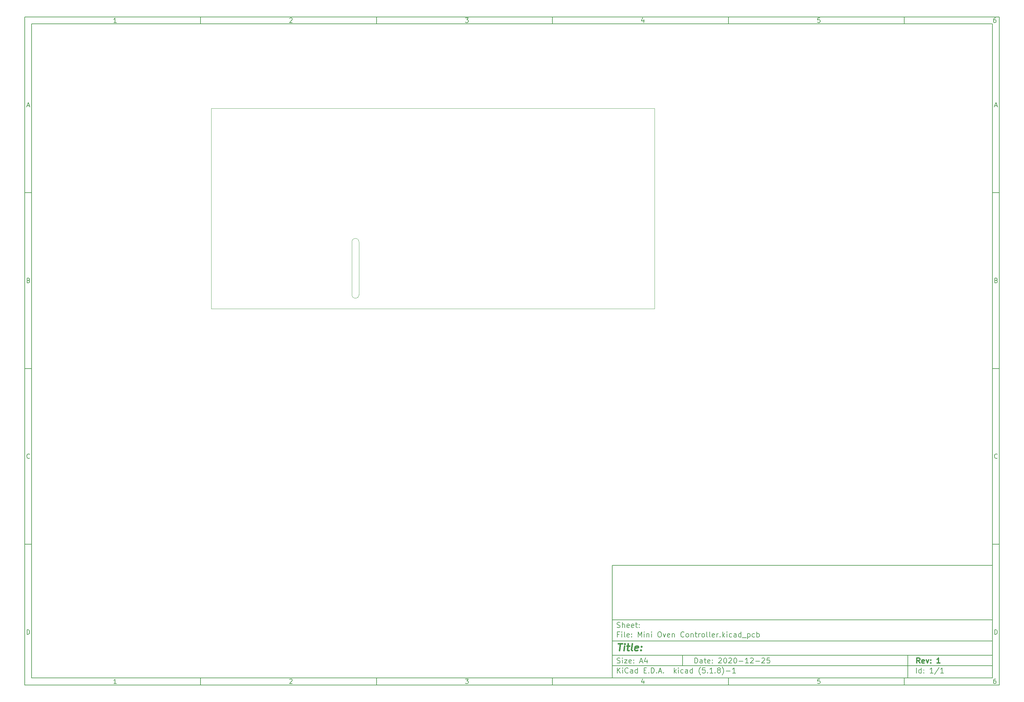
<source format=gbr>
G04 #@! TF.GenerationSoftware,KiCad,Pcbnew,(5.1.8)-1*
G04 #@! TF.CreationDate,2021-02-06T17:47:37+00:00*
G04 #@! TF.ProjectId,Mini Oven Controller,4d696e69-204f-4766-956e-20436f6e7472,1*
G04 #@! TF.SameCoordinates,Original*
G04 #@! TF.FileFunction,Profile,NP*
%FSLAX46Y46*%
G04 Gerber Fmt 4.6, Leading zero omitted, Abs format (unit mm)*
G04 Created by KiCad (PCBNEW (5.1.8)-1) date 2021-02-06 17:47:37*
%MOMM*%
%LPD*%
G01*
G04 APERTURE LIST*
%ADD10C,0.100000*%
%ADD11C,0.150000*%
%ADD12C,0.300000*%
%ADD13C,0.400000*%
G04 #@! TA.AperFunction,Profile*
%ADD14C,0.050000*%
G04 #@! TD*
G04 APERTURE END LIST*
D10*
D11*
X177002200Y-166007200D02*
X177002200Y-198007200D01*
X285002200Y-198007200D01*
X285002200Y-166007200D01*
X177002200Y-166007200D01*
D10*
D11*
X10000000Y-10000000D02*
X10000000Y-200007200D01*
X287002200Y-200007200D01*
X287002200Y-10000000D01*
X10000000Y-10000000D01*
D10*
D11*
X12000000Y-12000000D02*
X12000000Y-198007200D01*
X285002200Y-198007200D01*
X285002200Y-12000000D01*
X12000000Y-12000000D01*
D10*
D11*
X60000000Y-12000000D02*
X60000000Y-10000000D01*
D10*
D11*
X110000000Y-12000000D02*
X110000000Y-10000000D01*
D10*
D11*
X160000000Y-12000000D02*
X160000000Y-10000000D01*
D10*
D11*
X210000000Y-12000000D02*
X210000000Y-10000000D01*
D10*
D11*
X260000000Y-12000000D02*
X260000000Y-10000000D01*
D10*
D11*
X36065476Y-11588095D02*
X35322619Y-11588095D01*
X35694047Y-11588095D02*
X35694047Y-10288095D01*
X35570238Y-10473809D01*
X35446428Y-10597619D01*
X35322619Y-10659523D01*
D10*
D11*
X85322619Y-10411904D02*
X85384523Y-10350000D01*
X85508333Y-10288095D01*
X85817857Y-10288095D01*
X85941666Y-10350000D01*
X86003571Y-10411904D01*
X86065476Y-10535714D01*
X86065476Y-10659523D01*
X86003571Y-10845238D01*
X85260714Y-11588095D01*
X86065476Y-11588095D01*
D10*
D11*
X135260714Y-10288095D02*
X136065476Y-10288095D01*
X135632142Y-10783333D01*
X135817857Y-10783333D01*
X135941666Y-10845238D01*
X136003571Y-10907142D01*
X136065476Y-11030952D01*
X136065476Y-11340476D01*
X136003571Y-11464285D01*
X135941666Y-11526190D01*
X135817857Y-11588095D01*
X135446428Y-11588095D01*
X135322619Y-11526190D01*
X135260714Y-11464285D01*
D10*
D11*
X185941666Y-10721428D02*
X185941666Y-11588095D01*
X185632142Y-10226190D02*
X185322619Y-11154761D01*
X186127380Y-11154761D01*
D10*
D11*
X236003571Y-10288095D02*
X235384523Y-10288095D01*
X235322619Y-10907142D01*
X235384523Y-10845238D01*
X235508333Y-10783333D01*
X235817857Y-10783333D01*
X235941666Y-10845238D01*
X236003571Y-10907142D01*
X236065476Y-11030952D01*
X236065476Y-11340476D01*
X236003571Y-11464285D01*
X235941666Y-11526190D01*
X235817857Y-11588095D01*
X235508333Y-11588095D01*
X235384523Y-11526190D01*
X235322619Y-11464285D01*
D10*
D11*
X285941666Y-10288095D02*
X285694047Y-10288095D01*
X285570238Y-10350000D01*
X285508333Y-10411904D01*
X285384523Y-10597619D01*
X285322619Y-10845238D01*
X285322619Y-11340476D01*
X285384523Y-11464285D01*
X285446428Y-11526190D01*
X285570238Y-11588095D01*
X285817857Y-11588095D01*
X285941666Y-11526190D01*
X286003571Y-11464285D01*
X286065476Y-11340476D01*
X286065476Y-11030952D01*
X286003571Y-10907142D01*
X285941666Y-10845238D01*
X285817857Y-10783333D01*
X285570238Y-10783333D01*
X285446428Y-10845238D01*
X285384523Y-10907142D01*
X285322619Y-11030952D01*
D10*
D11*
X60000000Y-198007200D02*
X60000000Y-200007200D01*
D10*
D11*
X110000000Y-198007200D02*
X110000000Y-200007200D01*
D10*
D11*
X160000000Y-198007200D02*
X160000000Y-200007200D01*
D10*
D11*
X210000000Y-198007200D02*
X210000000Y-200007200D01*
D10*
D11*
X260000000Y-198007200D02*
X260000000Y-200007200D01*
D10*
D11*
X36065476Y-199595295D02*
X35322619Y-199595295D01*
X35694047Y-199595295D02*
X35694047Y-198295295D01*
X35570238Y-198481009D01*
X35446428Y-198604819D01*
X35322619Y-198666723D01*
D10*
D11*
X85322619Y-198419104D02*
X85384523Y-198357200D01*
X85508333Y-198295295D01*
X85817857Y-198295295D01*
X85941666Y-198357200D01*
X86003571Y-198419104D01*
X86065476Y-198542914D01*
X86065476Y-198666723D01*
X86003571Y-198852438D01*
X85260714Y-199595295D01*
X86065476Y-199595295D01*
D10*
D11*
X135260714Y-198295295D02*
X136065476Y-198295295D01*
X135632142Y-198790533D01*
X135817857Y-198790533D01*
X135941666Y-198852438D01*
X136003571Y-198914342D01*
X136065476Y-199038152D01*
X136065476Y-199347676D01*
X136003571Y-199471485D01*
X135941666Y-199533390D01*
X135817857Y-199595295D01*
X135446428Y-199595295D01*
X135322619Y-199533390D01*
X135260714Y-199471485D01*
D10*
D11*
X185941666Y-198728628D02*
X185941666Y-199595295D01*
X185632142Y-198233390D02*
X185322619Y-199161961D01*
X186127380Y-199161961D01*
D10*
D11*
X236003571Y-198295295D02*
X235384523Y-198295295D01*
X235322619Y-198914342D01*
X235384523Y-198852438D01*
X235508333Y-198790533D01*
X235817857Y-198790533D01*
X235941666Y-198852438D01*
X236003571Y-198914342D01*
X236065476Y-199038152D01*
X236065476Y-199347676D01*
X236003571Y-199471485D01*
X235941666Y-199533390D01*
X235817857Y-199595295D01*
X235508333Y-199595295D01*
X235384523Y-199533390D01*
X235322619Y-199471485D01*
D10*
D11*
X285941666Y-198295295D02*
X285694047Y-198295295D01*
X285570238Y-198357200D01*
X285508333Y-198419104D01*
X285384523Y-198604819D01*
X285322619Y-198852438D01*
X285322619Y-199347676D01*
X285384523Y-199471485D01*
X285446428Y-199533390D01*
X285570238Y-199595295D01*
X285817857Y-199595295D01*
X285941666Y-199533390D01*
X286003571Y-199471485D01*
X286065476Y-199347676D01*
X286065476Y-199038152D01*
X286003571Y-198914342D01*
X285941666Y-198852438D01*
X285817857Y-198790533D01*
X285570238Y-198790533D01*
X285446428Y-198852438D01*
X285384523Y-198914342D01*
X285322619Y-199038152D01*
D10*
D11*
X10000000Y-60000000D02*
X12000000Y-60000000D01*
D10*
D11*
X10000000Y-110000000D02*
X12000000Y-110000000D01*
D10*
D11*
X10000000Y-160000000D02*
X12000000Y-160000000D01*
D10*
D11*
X10690476Y-35216666D02*
X11309523Y-35216666D01*
X10566666Y-35588095D02*
X11000000Y-34288095D01*
X11433333Y-35588095D01*
D10*
D11*
X11092857Y-84907142D02*
X11278571Y-84969047D01*
X11340476Y-85030952D01*
X11402380Y-85154761D01*
X11402380Y-85340476D01*
X11340476Y-85464285D01*
X11278571Y-85526190D01*
X11154761Y-85588095D01*
X10659523Y-85588095D01*
X10659523Y-84288095D01*
X11092857Y-84288095D01*
X11216666Y-84350000D01*
X11278571Y-84411904D01*
X11340476Y-84535714D01*
X11340476Y-84659523D01*
X11278571Y-84783333D01*
X11216666Y-84845238D01*
X11092857Y-84907142D01*
X10659523Y-84907142D01*
D10*
D11*
X11402380Y-135464285D02*
X11340476Y-135526190D01*
X11154761Y-135588095D01*
X11030952Y-135588095D01*
X10845238Y-135526190D01*
X10721428Y-135402380D01*
X10659523Y-135278571D01*
X10597619Y-135030952D01*
X10597619Y-134845238D01*
X10659523Y-134597619D01*
X10721428Y-134473809D01*
X10845238Y-134350000D01*
X11030952Y-134288095D01*
X11154761Y-134288095D01*
X11340476Y-134350000D01*
X11402380Y-134411904D01*
D10*
D11*
X10659523Y-185588095D02*
X10659523Y-184288095D01*
X10969047Y-184288095D01*
X11154761Y-184350000D01*
X11278571Y-184473809D01*
X11340476Y-184597619D01*
X11402380Y-184845238D01*
X11402380Y-185030952D01*
X11340476Y-185278571D01*
X11278571Y-185402380D01*
X11154761Y-185526190D01*
X10969047Y-185588095D01*
X10659523Y-185588095D01*
D10*
D11*
X287002200Y-60000000D02*
X285002200Y-60000000D01*
D10*
D11*
X287002200Y-110000000D02*
X285002200Y-110000000D01*
D10*
D11*
X287002200Y-160000000D02*
X285002200Y-160000000D01*
D10*
D11*
X285692676Y-35216666D02*
X286311723Y-35216666D01*
X285568866Y-35588095D02*
X286002200Y-34288095D01*
X286435533Y-35588095D01*
D10*
D11*
X286095057Y-84907142D02*
X286280771Y-84969047D01*
X286342676Y-85030952D01*
X286404580Y-85154761D01*
X286404580Y-85340476D01*
X286342676Y-85464285D01*
X286280771Y-85526190D01*
X286156961Y-85588095D01*
X285661723Y-85588095D01*
X285661723Y-84288095D01*
X286095057Y-84288095D01*
X286218866Y-84350000D01*
X286280771Y-84411904D01*
X286342676Y-84535714D01*
X286342676Y-84659523D01*
X286280771Y-84783333D01*
X286218866Y-84845238D01*
X286095057Y-84907142D01*
X285661723Y-84907142D01*
D10*
D11*
X286404580Y-135464285D02*
X286342676Y-135526190D01*
X286156961Y-135588095D01*
X286033152Y-135588095D01*
X285847438Y-135526190D01*
X285723628Y-135402380D01*
X285661723Y-135278571D01*
X285599819Y-135030952D01*
X285599819Y-134845238D01*
X285661723Y-134597619D01*
X285723628Y-134473809D01*
X285847438Y-134350000D01*
X286033152Y-134288095D01*
X286156961Y-134288095D01*
X286342676Y-134350000D01*
X286404580Y-134411904D01*
D10*
D11*
X285661723Y-185588095D02*
X285661723Y-184288095D01*
X285971247Y-184288095D01*
X286156961Y-184350000D01*
X286280771Y-184473809D01*
X286342676Y-184597619D01*
X286404580Y-184845238D01*
X286404580Y-185030952D01*
X286342676Y-185278571D01*
X286280771Y-185402380D01*
X286156961Y-185526190D01*
X285971247Y-185588095D01*
X285661723Y-185588095D01*
D10*
D11*
X200434342Y-193785771D02*
X200434342Y-192285771D01*
X200791485Y-192285771D01*
X201005771Y-192357200D01*
X201148628Y-192500057D01*
X201220057Y-192642914D01*
X201291485Y-192928628D01*
X201291485Y-193142914D01*
X201220057Y-193428628D01*
X201148628Y-193571485D01*
X201005771Y-193714342D01*
X200791485Y-193785771D01*
X200434342Y-193785771D01*
X202577200Y-193785771D02*
X202577200Y-193000057D01*
X202505771Y-192857200D01*
X202362914Y-192785771D01*
X202077200Y-192785771D01*
X201934342Y-192857200D01*
X202577200Y-193714342D02*
X202434342Y-193785771D01*
X202077200Y-193785771D01*
X201934342Y-193714342D01*
X201862914Y-193571485D01*
X201862914Y-193428628D01*
X201934342Y-193285771D01*
X202077200Y-193214342D01*
X202434342Y-193214342D01*
X202577200Y-193142914D01*
X203077200Y-192785771D02*
X203648628Y-192785771D01*
X203291485Y-192285771D02*
X203291485Y-193571485D01*
X203362914Y-193714342D01*
X203505771Y-193785771D01*
X203648628Y-193785771D01*
X204720057Y-193714342D02*
X204577200Y-193785771D01*
X204291485Y-193785771D01*
X204148628Y-193714342D01*
X204077200Y-193571485D01*
X204077200Y-193000057D01*
X204148628Y-192857200D01*
X204291485Y-192785771D01*
X204577200Y-192785771D01*
X204720057Y-192857200D01*
X204791485Y-193000057D01*
X204791485Y-193142914D01*
X204077200Y-193285771D01*
X205434342Y-193642914D02*
X205505771Y-193714342D01*
X205434342Y-193785771D01*
X205362914Y-193714342D01*
X205434342Y-193642914D01*
X205434342Y-193785771D01*
X205434342Y-192857200D02*
X205505771Y-192928628D01*
X205434342Y-193000057D01*
X205362914Y-192928628D01*
X205434342Y-192857200D01*
X205434342Y-193000057D01*
X207220057Y-192428628D02*
X207291485Y-192357200D01*
X207434342Y-192285771D01*
X207791485Y-192285771D01*
X207934342Y-192357200D01*
X208005771Y-192428628D01*
X208077200Y-192571485D01*
X208077200Y-192714342D01*
X208005771Y-192928628D01*
X207148628Y-193785771D01*
X208077200Y-193785771D01*
X209005771Y-192285771D02*
X209148628Y-192285771D01*
X209291485Y-192357200D01*
X209362914Y-192428628D01*
X209434342Y-192571485D01*
X209505771Y-192857200D01*
X209505771Y-193214342D01*
X209434342Y-193500057D01*
X209362914Y-193642914D01*
X209291485Y-193714342D01*
X209148628Y-193785771D01*
X209005771Y-193785771D01*
X208862914Y-193714342D01*
X208791485Y-193642914D01*
X208720057Y-193500057D01*
X208648628Y-193214342D01*
X208648628Y-192857200D01*
X208720057Y-192571485D01*
X208791485Y-192428628D01*
X208862914Y-192357200D01*
X209005771Y-192285771D01*
X210077200Y-192428628D02*
X210148628Y-192357200D01*
X210291485Y-192285771D01*
X210648628Y-192285771D01*
X210791485Y-192357200D01*
X210862914Y-192428628D01*
X210934342Y-192571485D01*
X210934342Y-192714342D01*
X210862914Y-192928628D01*
X210005771Y-193785771D01*
X210934342Y-193785771D01*
X211862914Y-192285771D02*
X212005771Y-192285771D01*
X212148628Y-192357200D01*
X212220057Y-192428628D01*
X212291485Y-192571485D01*
X212362914Y-192857200D01*
X212362914Y-193214342D01*
X212291485Y-193500057D01*
X212220057Y-193642914D01*
X212148628Y-193714342D01*
X212005771Y-193785771D01*
X211862914Y-193785771D01*
X211720057Y-193714342D01*
X211648628Y-193642914D01*
X211577200Y-193500057D01*
X211505771Y-193214342D01*
X211505771Y-192857200D01*
X211577200Y-192571485D01*
X211648628Y-192428628D01*
X211720057Y-192357200D01*
X211862914Y-192285771D01*
X213005771Y-193214342D02*
X214148628Y-193214342D01*
X215648628Y-193785771D02*
X214791485Y-193785771D01*
X215220057Y-193785771D02*
X215220057Y-192285771D01*
X215077200Y-192500057D01*
X214934342Y-192642914D01*
X214791485Y-192714342D01*
X216220057Y-192428628D02*
X216291485Y-192357200D01*
X216434342Y-192285771D01*
X216791485Y-192285771D01*
X216934342Y-192357200D01*
X217005771Y-192428628D01*
X217077200Y-192571485D01*
X217077200Y-192714342D01*
X217005771Y-192928628D01*
X216148628Y-193785771D01*
X217077200Y-193785771D01*
X217720057Y-193214342D02*
X218862914Y-193214342D01*
X219505771Y-192428628D02*
X219577200Y-192357200D01*
X219720057Y-192285771D01*
X220077200Y-192285771D01*
X220220057Y-192357200D01*
X220291485Y-192428628D01*
X220362914Y-192571485D01*
X220362914Y-192714342D01*
X220291485Y-192928628D01*
X219434342Y-193785771D01*
X220362914Y-193785771D01*
X221720057Y-192285771D02*
X221005771Y-192285771D01*
X220934342Y-193000057D01*
X221005771Y-192928628D01*
X221148628Y-192857200D01*
X221505771Y-192857200D01*
X221648628Y-192928628D01*
X221720057Y-193000057D01*
X221791485Y-193142914D01*
X221791485Y-193500057D01*
X221720057Y-193642914D01*
X221648628Y-193714342D01*
X221505771Y-193785771D01*
X221148628Y-193785771D01*
X221005771Y-193714342D01*
X220934342Y-193642914D01*
D10*
D11*
X177002200Y-194507200D02*
X285002200Y-194507200D01*
D10*
D11*
X178434342Y-196585771D02*
X178434342Y-195085771D01*
X179291485Y-196585771D02*
X178648628Y-195728628D01*
X179291485Y-195085771D02*
X178434342Y-195942914D01*
X179934342Y-196585771D02*
X179934342Y-195585771D01*
X179934342Y-195085771D02*
X179862914Y-195157200D01*
X179934342Y-195228628D01*
X180005771Y-195157200D01*
X179934342Y-195085771D01*
X179934342Y-195228628D01*
X181505771Y-196442914D02*
X181434342Y-196514342D01*
X181220057Y-196585771D01*
X181077200Y-196585771D01*
X180862914Y-196514342D01*
X180720057Y-196371485D01*
X180648628Y-196228628D01*
X180577200Y-195942914D01*
X180577200Y-195728628D01*
X180648628Y-195442914D01*
X180720057Y-195300057D01*
X180862914Y-195157200D01*
X181077200Y-195085771D01*
X181220057Y-195085771D01*
X181434342Y-195157200D01*
X181505771Y-195228628D01*
X182791485Y-196585771D02*
X182791485Y-195800057D01*
X182720057Y-195657200D01*
X182577200Y-195585771D01*
X182291485Y-195585771D01*
X182148628Y-195657200D01*
X182791485Y-196514342D02*
X182648628Y-196585771D01*
X182291485Y-196585771D01*
X182148628Y-196514342D01*
X182077200Y-196371485D01*
X182077200Y-196228628D01*
X182148628Y-196085771D01*
X182291485Y-196014342D01*
X182648628Y-196014342D01*
X182791485Y-195942914D01*
X184148628Y-196585771D02*
X184148628Y-195085771D01*
X184148628Y-196514342D02*
X184005771Y-196585771D01*
X183720057Y-196585771D01*
X183577200Y-196514342D01*
X183505771Y-196442914D01*
X183434342Y-196300057D01*
X183434342Y-195871485D01*
X183505771Y-195728628D01*
X183577200Y-195657200D01*
X183720057Y-195585771D01*
X184005771Y-195585771D01*
X184148628Y-195657200D01*
X186005771Y-195800057D02*
X186505771Y-195800057D01*
X186720057Y-196585771D02*
X186005771Y-196585771D01*
X186005771Y-195085771D01*
X186720057Y-195085771D01*
X187362914Y-196442914D02*
X187434342Y-196514342D01*
X187362914Y-196585771D01*
X187291485Y-196514342D01*
X187362914Y-196442914D01*
X187362914Y-196585771D01*
X188077200Y-196585771D02*
X188077200Y-195085771D01*
X188434342Y-195085771D01*
X188648628Y-195157200D01*
X188791485Y-195300057D01*
X188862914Y-195442914D01*
X188934342Y-195728628D01*
X188934342Y-195942914D01*
X188862914Y-196228628D01*
X188791485Y-196371485D01*
X188648628Y-196514342D01*
X188434342Y-196585771D01*
X188077200Y-196585771D01*
X189577200Y-196442914D02*
X189648628Y-196514342D01*
X189577200Y-196585771D01*
X189505771Y-196514342D01*
X189577200Y-196442914D01*
X189577200Y-196585771D01*
X190220057Y-196157200D02*
X190934342Y-196157200D01*
X190077200Y-196585771D02*
X190577200Y-195085771D01*
X191077200Y-196585771D01*
X191577200Y-196442914D02*
X191648628Y-196514342D01*
X191577200Y-196585771D01*
X191505771Y-196514342D01*
X191577200Y-196442914D01*
X191577200Y-196585771D01*
X194577200Y-196585771D02*
X194577200Y-195085771D01*
X194720057Y-196014342D02*
X195148628Y-196585771D01*
X195148628Y-195585771D02*
X194577200Y-196157200D01*
X195791485Y-196585771D02*
X195791485Y-195585771D01*
X195791485Y-195085771D02*
X195720057Y-195157200D01*
X195791485Y-195228628D01*
X195862914Y-195157200D01*
X195791485Y-195085771D01*
X195791485Y-195228628D01*
X197148628Y-196514342D02*
X197005771Y-196585771D01*
X196720057Y-196585771D01*
X196577200Y-196514342D01*
X196505771Y-196442914D01*
X196434342Y-196300057D01*
X196434342Y-195871485D01*
X196505771Y-195728628D01*
X196577200Y-195657200D01*
X196720057Y-195585771D01*
X197005771Y-195585771D01*
X197148628Y-195657200D01*
X198434342Y-196585771D02*
X198434342Y-195800057D01*
X198362914Y-195657200D01*
X198220057Y-195585771D01*
X197934342Y-195585771D01*
X197791485Y-195657200D01*
X198434342Y-196514342D02*
X198291485Y-196585771D01*
X197934342Y-196585771D01*
X197791485Y-196514342D01*
X197720057Y-196371485D01*
X197720057Y-196228628D01*
X197791485Y-196085771D01*
X197934342Y-196014342D01*
X198291485Y-196014342D01*
X198434342Y-195942914D01*
X199791485Y-196585771D02*
X199791485Y-195085771D01*
X199791485Y-196514342D02*
X199648628Y-196585771D01*
X199362914Y-196585771D01*
X199220057Y-196514342D01*
X199148628Y-196442914D01*
X199077200Y-196300057D01*
X199077200Y-195871485D01*
X199148628Y-195728628D01*
X199220057Y-195657200D01*
X199362914Y-195585771D01*
X199648628Y-195585771D01*
X199791485Y-195657200D01*
X202077200Y-197157200D02*
X202005771Y-197085771D01*
X201862914Y-196871485D01*
X201791485Y-196728628D01*
X201720057Y-196514342D01*
X201648628Y-196157200D01*
X201648628Y-195871485D01*
X201720057Y-195514342D01*
X201791485Y-195300057D01*
X201862914Y-195157200D01*
X202005771Y-194942914D01*
X202077200Y-194871485D01*
X203362914Y-195085771D02*
X202648628Y-195085771D01*
X202577200Y-195800057D01*
X202648628Y-195728628D01*
X202791485Y-195657200D01*
X203148628Y-195657200D01*
X203291485Y-195728628D01*
X203362914Y-195800057D01*
X203434342Y-195942914D01*
X203434342Y-196300057D01*
X203362914Y-196442914D01*
X203291485Y-196514342D01*
X203148628Y-196585771D01*
X202791485Y-196585771D01*
X202648628Y-196514342D01*
X202577200Y-196442914D01*
X204077200Y-196442914D02*
X204148628Y-196514342D01*
X204077200Y-196585771D01*
X204005771Y-196514342D01*
X204077200Y-196442914D01*
X204077200Y-196585771D01*
X205577200Y-196585771D02*
X204720057Y-196585771D01*
X205148628Y-196585771D02*
X205148628Y-195085771D01*
X205005771Y-195300057D01*
X204862914Y-195442914D01*
X204720057Y-195514342D01*
X206220057Y-196442914D02*
X206291485Y-196514342D01*
X206220057Y-196585771D01*
X206148628Y-196514342D01*
X206220057Y-196442914D01*
X206220057Y-196585771D01*
X207148628Y-195728628D02*
X207005771Y-195657200D01*
X206934342Y-195585771D01*
X206862914Y-195442914D01*
X206862914Y-195371485D01*
X206934342Y-195228628D01*
X207005771Y-195157200D01*
X207148628Y-195085771D01*
X207434342Y-195085771D01*
X207577200Y-195157200D01*
X207648628Y-195228628D01*
X207720057Y-195371485D01*
X207720057Y-195442914D01*
X207648628Y-195585771D01*
X207577200Y-195657200D01*
X207434342Y-195728628D01*
X207148628Y-195728628D01*
X207005771Y-195800057D01*
X206934342Y-195871485D01*
X206862914Y-196014342D01*
X206862914Y-196300057D01*
X206934342Y-196442914D01*
X207005771Y-196514342D01*
X207148628Y-196585771D01*
X207434342Y-196585771D01*
X207577200Y-196514342D01*
X207648628Y-196442914D01*
X207720057Y-196300057D01*
X207720057Y-196014342D01*
X207648628Y-195871485D01*
X207577200Y-195800057D01*
X207434342Y-195728628D01*
X208220057Y-197157200D02*
X208291485Y-197085771D01*
X208434342Y-196871485D01*
X208505771Y-196728628D01*
X208577200Y-196514342D01*
X208648628Y-196157200D01*
X208648628Y-195871485D01*
X208577200Y-195514342D01*
X208505771Y-195300057D01*
X208434342Y-195157200D01*
X208291485Y-194942914D01*
X208220057Y-194871485D01*
X209362914Y-196014342D02*
X210505771Y-196014342D01*
X212005771Y-196585771D02*
X211148628Y-196585771D01*
X211577200Y-196585771D02*
X211577200Y-195085771D01*
X211434342Y-195300057D01*
X211291485Y-195442914D01*
X211148628Y-195514342D01*
D10*
D11*
X177002200Y-191507200D02*
X285002200Y-191507200D01*
D10*
D12*
X264411485Y-193785771D02*
X263911485Y-193071485D01*
X263554342Y-193785771D02*
X263554342Y-192285771D01*
X264125771Y-192285771D01*
X264268628Y-192357200D01*
X264340057Y-192428628D01*
X264411485Y-192571485D01*
X264411485Y-192785771D01*
X264340057Y-192928628D01*
X264268628Y-193000057D01*
X264125771Y-193071485D01*
X263554342Y-193071485D01*
X265625771Y-193714342D02*
X265482914Y-193785771D01*
X265197200Y-193785771D01*
X265054342Y-193714342D01*
X264982914Y-193571485D01*
X264982914Y-193000057D01*
X265054342Y-192857200D01*
X265197200Y-192785771D01*
X265482914Y-192785771D01*
X265625771Y-192857200D01*
X265697200Y-193000057D01*
X265697200Y-193142914D01*
X264982914Y-193285771D01*
X266197200Y-192785771D02*
X266554342Y-193785771D01*
X266911485Y-192785771D01*
X267482914Y-193642914D02*
X267554342Y-193714342D01*
X267482914Y-193785771D01*
X267411485Y-193714342D01*
X267482914Y-193642914D01*
X267482914Y-193785771D01*
X267482914Y-192857200D02*
X267554342Y-192928628D01*
X267482914Y-193000057D01*
X267411485Y-192928628D01*
X267482914Y-192857200D01*
X267482914Y-193000057D01*
X270125771Y-193785771D02*
X269268628Y-193785771D01*
X269697200Y-193785771D02*
X269697200Y-192285771D01*
X269554342Y-192500057D01*
X269411485Y-192642914D01*
X269268628Y-192714342D01*
D10*
D11*
X178362914Y-193714342D02*
X178577200Y-193785771D01*
X178934342Y-193785771D01*
X179077200Y-193714342D01*
X179148628Y-193642914D01*
X179220057Y-193500057D01*
X179220057Y-193357200D01*
X179148628Y-193214342D01*
X179077200Y-193142914D01*
X178934342Y-193071485D01*
X178648628Y-193000057D01*
X178505771Y-192928628D01*
X178434342Y-192857200D01*
X178362914Y-192714342D01*
X178362914Y-192571485D01*
X178434342Y-192428628D01*
X178505771Y-192357200D01*
X178648628Y-192285771D01*
X179005771Y-192285771D01*
X179220057Y-192357200D01*
X179862914Y-193785771D02*
X179862914Y-192785771D01*
X179862914Y-192285771D02*
X179791485Y-192357200D01*
X179862914Y-192428628D01*
X179934342Y-192357200D01*
X179862914Y-192285771D01*
X179862914Y-192428628D01*
X180434342Y-192785771D02*
X181220057Y-192785771D01*
X180434342Y-193785771D01*
X181220057Y-193785771D01*
X182362914Y-193714342D02*
X182220057Y-193785771D01*
X181934342Y-193785771D01*
X181791485Y-193714342D01*
X181720057Y-193571485D01*
X181720057Y-193000057D01*
X181791485Y-192857200D01*
X181934342Y-192785771D01*
X182220057Y-192785771D01*
X182362914Y-192857200D01*
X182434342Y-193000057D01*
X182434342Y-193142914D01*
X181720057Y-193285771D01*
X183077200Y-193642914D02*
X183148628Y-193714342D01*
X183077200Y-193785771D01*
X183005771Y-193714342D01*
X183077200Y-193642914D01*
X183077200Y-193785771D01*
X183077200Y-192857200D02*
X183148628Y-192928628D01*
X183077200Y-193000057D01*
X183005771Y-192928628D01*
X183077200Y-192857200D01*
X183077200Y-193000057D01*
X184862914Y-193357200D02*
X185577200Y-193357200D01*
X184720057Y-193785771D02*
X185220057Y-192285771D01*
X185720057Y-193785771D01*
X186862914Y-192785771D02*
X186862914Y-193785771D01*
X186505771Y-192214342D02*
X186148628Y-193285771D01*
X187077200Y-193285771D01*
D10*
D11*
X263434342Y-196585771D02*
X263434342Y-195085771D01*
X264791485Y-196585771D02*
X264791485Y-195085771D01*
X264791485Y-196514342D02*
X264648628Y-196585771D01*
X264362914Y-196585771D01*
X264220057Y-196514342D01*
X264148628Y-196442914D01*
X264077200Y-196300057D01*
X264077200Y-195871485D01*
X264148628Y-195728628D01*
X264220057Y-195657200D01*
X264362914Y-195585771D01*
X264648628Y-195585771D01*
X264791485Y-195657200D01*
X265505771Y-196442914D02*
X265577200Y-196514342D01*
X265505771Y-196585771D01*
X265434342Y-196514342D01*
X265505771Y-196442914D01*
X265505771Y-196585771D01*
X265505771Y-195657200D02*
X265577200Y-195728628D01*
X265505771Y-195800057D01*
X265434342Y-195728628D01*
X265505771Y-195657200D01*
X265505771Y-195800057D01*
X268148628Y-196585771D02*
X267291485Y-196585771D01*
X267720057Y-196585771D02*
X267720057Y-195085771D01*
X267577200Y-195300057D01*
X267434342Y-195442914D01*
X267291485Y-195514342D01*
X269862914Y-195014342D02*
X268577200Y-196942914D01*
X271148628Y-196585771D02*
X270291485Y-196585771D01*
X270720057Y-196585771D02*
X270720057Y-195085771D01*
X270577200Y-195300057D01*
X270434342Y-195442914D01*
X270291485Y-195514342D01*
D10*
D11*
X177002200Y-187507200D02*
X285002200Y-187507200D01*
D10*
D13*
X178714580Y-188211961D02*
X179857438Y-188211961D01*
X179036009Y-190211961D02*
X179286009Y-188211961D01*
X180274104Y-190211961D02*
X180440771Y-188878628D01*
X180524104Y-188211961D02*
X180416961Y-188307200D01*
X180500295Y-188402438D01*
X180607438Y-188307200D01*
X180524104Y-188211961D01*
X180500295Y-188402438D01*
X181107438Y-188878628D02*
X181869342Y-188878628D01*
X181476485Y-188211961D02*
X181262200Y-189926247D01*
X181333628Y-190116723D01*
X181512200Y-190211961D01*
X181702676Y-190211961D01*
X182655057Y-190211961D02*
X182476485Y-190116723D01*
X182405057Y-189926247D01*
X182619342Y-188211961D01*
X184190771Y-190116723D02*
X183988390Y-190211961D01*
X183607438Y-190211961D01*
X183428866Y-190116723D01*
X183357438Y-189926247D01*
X183452676Y-189164342D01*
X183571723Y-188973866D01*
X183774104Y-188878628D01*
X184155057Y-188878628D01*
X184333628Y-188973866D01*
X184405057Y-189164342D01*
X184381247Y-189354819D01*
X183405057Y-189545295D01*
X185155057Y-190021485D02*
X185238390Y-190116723D01*
X185131247Y-190211961D01*
X185047914Y-190116723D01*
X185155057Y-190021485D01*
X185131247Y-190211961D01*
X185286009Y-188973866D02*
X185369342Y-189069104D01*
X185262200Y-189164342D01*
X185178866Y-189069104D01*
X185286009Y-188973866D01*
X185262200Y-189164342D01*
D10*
D11*
X178934342Y-185600057D02*
X178434342Y-185600057D01*
X178434342Y-186385771D02*
X178434342Y-184885771D01*
X179148628Y-184885771D01*
X179720057Y-186385771D02*
X179720057Y-185385771D01*
X179720057Y-184885771D02*
X179648628Y-184957200D01*
X179720057Y-185028628D01*
X179791485Y-184957200D01*
X179720057Y-184885771D01*
X179720057Y-185028628D01*
X180648628Y-186385771D02*
X180505771Y-186314342D01*
X180434342Y-186171485D01*
X180434342Y-184885771D01*
X181791485Y-186314342D02*
X181648628Y-186385771D01*
X181362914Y-186385771D01*
X181220057Y-186314342D01*
X181148628Y-186171485D01*
X181148628Y-185600057D01*
X181220057Y-185457200D01*
X181362914Y-185385771D01*
X181648628Y-185385771D01*
X181791485Y-185457200D01*
X181862914Y-185600057D01*
X181862914Y-185742914D01*
X181148628Y-185885771D01*
X182505771Y-186242914D02*
X182577200Y-186314342D01*
X182505771Y-186385771D01*
X182434342Y-186314342D01*
X182505771Y-186242914D01*
X182505771Y-186385771D01*
X182505771Y-185457200D02*
X182577200Y-185528628D01*
X182505771Y-185600057D01*
X182434342Y-185528628D01*
X182505771Y-185457200D01*
X182505771Y-185600057D01*
X184362914Y-186385771D02*
X184362914Y-184885771D01*
X184862914Y-185957200D01*
X185362914Y-184885771D01*
X185362914Y-186385771D01*
X186077200Y-186385771D02*
X186077200Y-185385771D01*
X186077200Y-184885771D02*
X186005771Y-184957200D01*
X186077200Y-185028628D01*
X186148628Y-184957200D01*
X186077200Y-184885771D01*
X186077200Y-185028628D01*
X186791485Y-185385771D02*
X186791485Y-186385771D01*
X186791485Y-185528628D02*
X186862914Y-185457200D01*
X187005771Y-185385771D01*
X187220057Y-185385771D01*
X187362914Y-185457200D01*
X187434342Y-185600057D01*
X187434342Y-186385771D01*
X188148628Y-186385771D02*
X188148628Y-185385771D01*
X188148628Y-184885771D02*
X188077200Y-184957200D01*
X188148628Y-185028628D01*
X188220057Y-184957200D01*
X188148628Y-184885771D01*
X188148628Y-185028628D01*
X190291485Y-184885771D02*
X190577200Y-184885771D01*
X190720057Y-184957200D01*
X190862914Y-185100057D01*
X190934342Y-185385771D01*
X190934342Y-185885771D01*
X190862914Y-186171485D01*
X190720057Y-186314342D01*
X190577200Y-186385771D01*
X190291485Y-186385771D01*
X190148628Y-186314342D01*
X190005771Y-186171485D01*
X189934342Y-185885771D01*
X189934342Y-185385771D01*
X190005771Y-185100057D01*
X190148628Y-184957200D01*
X190291485Y-184885771D01*
X191434342Y-185385771D02*
X191791485Y-186385771D01*
X192148628Y-185385771D01*
X193291485Y-186314342D02*
X193148628Y-186385771D01*
X192862914Y-186385771D01*
X192720057Y-186314342D01*
X192648628Y-186171485D01*
X192648628Y-185600057D01*
X192720057Y-185457200D01*
X192862914Y-185385771D01*
X193148628Y-185385771D01*
X193291485Y-185457200D01*
X193362914Y-185600057D01*
X193362914Y-185742914D01*
X192648628Y-185885771D01*
X194005771Y-185385771D02*
X194005771Y-186385771D01*
X194005771Y-185528628D02*
X194077200Y-185457200D01*
X194220057Y-185385771D01*
X194434342Y-185385771D01*
X194577200Y-185457200D01*
X194648628Y-185600057D01*
X194648628Y-186385771D01*
X197362914Y-186242914D02*
X197291485Y-186314342D01*
X197077200Y-186385771D01*
X196934342Y-186385771D01*
X196720057Y-186314342D01*
X196577200Y-186171485D01*
X196505771Y-186028628D01*
X196434342Y-185742914D01*
X196434342Y-185528628D01*
X196505771Y-185242914D01*
X196577200Y-185100057D01*
X196720057Y-184957200D01*
X196934342Y-184885771D01*
X197077200Y-184885771D01*
X197291485Y-184957200D01*
X197362914Y-185028628D01*
X198220057Y-186385771D02*
X198077200Y-186314342D01*
X198005771Y-186242914D01*
X197934342Y-186100057D01*
X197934342Y-185671485D01*
X198005771Y-185528628D01*
X198077200Y-185457200D01*
X198220057Y-185385771D01*
X198434342Y-185385771D01*
X198577200Y-185457200D01*
X198648628Y-185528628D01*
X198720057Y-185671485D01*
X198720057Y-186100057D01*
X198648628Y-186242914D01*
X198577200Y-186314342D01*
X198434342Y-186385771D01*
X198220057Y-186385771D01*
X199362914Y-185385771D02*
X199362914Y-186385771D01*
X199362914Y-185528628D02*
X199434342Y-185457200D01*
X199577200Y-185385771D01*
X199791485Y-185385771D01*
X199934342Y-185457200D01*
X200005771Y-185600057D01*
X200005771Y-186385771D01*
X200505771Y-185385771D02*
X201077200Y-185385771D01*
X200720057Y-184885771D02*
X200720057Y-186171485D01*
X200791485Y-186314342D01*
X200934342Y-186385771D01*
X201077200Y-186385771D01*
X201577200Y-186385771D02*
X201577200Y-185385771D01*
X201577200Y-185671485D02*
X201648628Y-185528628D01*
X201720057Y-185457200D01*
X201862914Y-185385771D01*
X202005771Y-185385771D01*
X202720057Y-186385771D02*
X202577200Y-186314342D01*
X202505771Y-186242914D01*
X202434342Y-186100057D01*
X202434342Y-185671485D01*
X202505771Y-185528628D01*
X202577200Y-185457200D01*
X202720057Y-185385771D01*
X202934342Y-185385771D01*
X203077200Y-185457200D01*
X203148628Y-185528628D01*
X203220057Y-185671485D01*
X203220057Y-186100057D01*
X203148628Y-186242914D01*
X203077200Y-186314342D01*
X202934342Y-186385771D01*
X202720057Y-186385771D01*
X204077200Y-186385771D02*
X203934342Y-186314342D01*
X203862914Y-186171485D01*
X203862914Y-184885771D01*
X204862914Y-186385771D02*
X204720057Y-186314342D01*
X204648628Y-186171485D01*
X204648628Y-184885771D01*
X206005771Y-186314342D02*
X205862914Y-186385771D01*
X205577200Y-186385771D01*
X205434342Y-186314342D01*
X205362914Y-186171485D01*
X205362914Y-185600057D01*
X205434342Y-185457200D01*
X205577200Y-185385771D01*
X205862914Y-185385771D01*
X206005771Y-185457200D01*
X206077200Y-185600057D01*
X206077200Y-185742914D01*
X205362914Y-185885771D01*
X206720057Y-186385771D02*
X206720057Y-185385771D01*
X206720057Y-185671485D02*
X206791485Y-185528628D01*
X206862914Y-185457200D01*
X207005771Y-185385771D01*
X207148628Y-185385771D01*
X207648628Y-186242914D02*
X207720057Y-186314342D01*
X207648628Y-186385771D01*
X207577200Y-186314342D01*
X207648628Y-186242914D01*
X207648628Y-186385771D01*
X208362914Y-186385771D02*
X208362914Y-184885771D01*
X208505771Y-185814342D02*
X208934342Y-186385771D01*
X208934342Y-185385771D02*
X208362914Y-185957200D01*
X209577200Y-186385771D02*
X209577200Y-185385771D01*
X209577200Y-184885771D02*
X209505771Y-184957200D01*
X209577200Y-185028628D01*
X209648628Y-184957200D01*
X209577200Y-184885771D01*
X209577200Y-185028628D01*
X210934342Y-186314342D02*
X210791485Y-186385771D01*
X210505771Y-186385771D01*
X210362914Y-186314342D01*
X210291485Y-186242914D01*
X210220057Y-186100057D01*
X210220057Y-185671485D01*
X210291485Y-185528628D01*
X210362914Y-185457200D01*
X210505771Y-185385771D01*
X210791485Y-185385771D01*
X210934342Y-185457200D01*
X212220057Y-186385771D02*
X212220057Y-185600057D01*
X212148628Y-185457200D01*
X212005771Y-185385771D01*
X211720057Y-185385771D01*
X211577200Y-185457200D01*
X212220057Y-186314342D02*
X212077200Y-186385771D01*
X211720057Y-186385771D01*
X211577200Y-186314342D01*
X211505771Y-186171485D01*
X211505771Y-186028628D01*
X211577200Y-185885771D01*
X211720057Y-185814342D01*
X212077200Y-185814342D01*
X212220057Y-185742914D01*
X213577200Y-186385771D02*
X213577200Y-184885771D01*
X213577200Y-186314342D02*
X213434342Y-186385771D01*
X213148628Y-186385771D01*
X213005771Y-186314342D01*
X212934342Y-186242914D01*
X212862914Y-186100057D01*
X212862914Y-185671485D01*
X212934342Y-185528628D01*
X213005771Y-185457200D01*
X213148628Y-185385771D01*
X213434342Y-185385771D01*
X213577200Y-185457200D01*
X213934342Y-186528628D02*
X215077200Y-186528628D01*
X215434342Y-185385771D02*
X215434342Y-186885771D01*
X215434342Y-185457200D02*
X215577200Y-185385771D01*
X215862914Y-185385771D01*
X216005771Y-185457200D01*
X216077200Y-185528628D01*
X216148628Y-185671485D01*
X216148628Y-186100057D01*
X216077200Y-186242914D01*
X216005771Y-186314342D01*
X215862914Y-186385771D01*
X215577200Y-186385771D01*
X215434342Y-186314342D01*
X217434342Y-186314342D02*
X217291485Y-186385771D01*
X217005771Y-186385771D01*
X216862914Y-186314342D01*
X216791485Y-186242914D01*
X216720057Y-186100057D01*
X216720057Y-185671485D01*
X216791485Y-185528628D01*
X216862914Y-185457200D01*
X217005771Y-185385771D01*
X217291485Y-185385771D01*
X217434342Y-185457200D01*
X218077200Y-186385771D02*
X218077200Y-184885771D01*
X218077200Y-185457200D02*
X218220057Y-185385771D01*
X218505771Y-185385771D01*
X218648628Y-185457200D01*
X218720057Y-185528628D01*
X218791485Y-185671485D01*
X218791485Y-186100057D01*
X218720057Y-186242914D01*
X218648628Y-186314342D01*
X218505771Y-186385771D01*
X218220057Y-186385771D01*
X218077200Y-186314342D01*
D10*
D11*
X177002200Y-181507200D02*
X285002200Y-181507200D01*
D10*
D11*
X178362914Y-183614342D02*
X178577200Y-183685771D01*
X178934342Y-183685771D01*
X179077200Y-183614342D01*
X179148628Y-183542914D01*
X179220057Y-183400057D01*
X179220057Y-183257200D01*
X179148628Y-183114342D01*
X179077200Y-183042914D01*
X178934342Y-182971485D01*
X178648628Y-182900057D01*
X178505771Y-182828628D01*
X178434342Y-182757200D01*
X178362914Y-182614342D01*
X178362914Y-182471485D01*
X178434342Y-182328628D01*
X178505771Y-182257200D01*
X178648628Y-182185771D01*
X179005771Y-182185771D01*
X179220057Y-182257200D01*
X179862914Y-183685771D02*
X179862914Y-182185771D01*
X180505771Y-183685771D02*
X180505771Y-182900057D01*
X180434342Y-182757200D01*
X180291485Y-182685771D01*
X180077200Y-182685771D01*
X179934342Y-182757200D01*
X179862914Y-182828628D01*
X181791485Y-183614342D02*
X181648628Y-183685771D01*
X181362914Y-183685771D01*
X181220057Y-183614342D01*
X181148628Y-183471485D01*
X181148628Y-182900057D01*
X181220057Y-182757200D01*
X181362914Y-182685771D01*
X181648628Y-182685771D01*
X181791485Y-182757200D01*
X181862914Y-182900057D01*
X181862914Y-183042914D01*
X181148628Y-183185771D01*
X183077200Y-183614342D02*
X182934342Y-183685771D01*
X182648628Y-183685771D01*
X182505771Y-183614342D01*
X182434342Y-183471485D01*
X182434342Y-182900057D01*
X182505771Y-182757200D01*
X182648628Y-182685771D01*
X182934342Y-182685771D01*
X183077200Y-182757200D01*
X183148628Y-182900057D01*
X183148628Y-183042914D01*
X182434342Y-183185771D01*
X183577200Y-182685771D02*
X184148628Y-182685771D01*
X183791485Y-182185771D02*
X183791485Y-183471485D01*
X183862914Y-183614342D01*
X184005771Y-183685771D01*
X184148628Y-183685771D01*
X184648628Y-183542914D02*
X184720057Y-183614342D01*
X184648628Y-183685771D01*
X184577200Y-183614342D01*
X184648628Y-183542914D01*
X184648628Y-183685771D01*
X184648628Y-182757200D02*
X184720057Y-182828628D01*
X184648628Y-182900057D01*
X184577200Y-182828628D01*
X184648628Y-182757200D01*
X184648628Y-182900057D01*
D10*
D11*
X197002200Y-191507200D02*
X197002200Y-194507200D01*
D10*
D11*
X261002200Y-191507200D02*
X261002200Y-198007200D01*
D14*
X105000000Y-89000000D02*
X105000000Y-74000000D01*
X103000000Y-74000000D02*
X103000000Y-89000000D01*
X103000000Y-74000000D02*
G75*
G02*
X105000000Y-74000000I1000000J0D01*
G01*
X105000000Y-89000000D02*
G75*
G02*
X103000000Y-89000000I-1000000J0D01*
G01*
X63000000Y-36000000D02*
X63000000Y-93000000D01*
X189000000Y-36000000D02*
X63000000Y-36000000D01*
X189000000Y-93000000D02*
X189000000Y-36000000D01*
X63000000Y-93000000D02*
X189000000Y-93000000D01*
M02*

</source>
